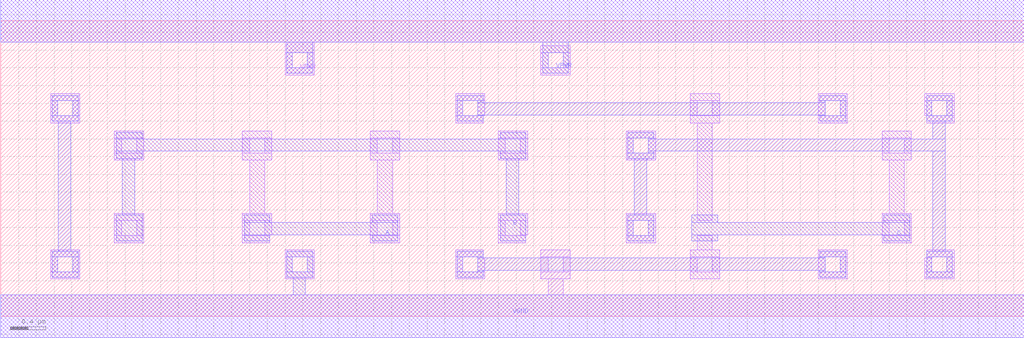
<source format=lef>
VERSION 5.7 ;
  NOWIREEXTENSIONATPIN ON ;
  DIVIDERCHAR "/" ;
  BUSBITCHARS "[]" ;
MACRO SUTHERLAND1989
  CLASS CORE ;
  FOREIGN SUTHERLAND1989 ;
  ORIGIN 0.000 0.000 ;
  SIZE 11.520 BY 3.330 ;
  SYMMETRY X Y R90 ;
  SITE unit ;
  PIN VPWR
    DIRECTION INOUT ;
    USE POWER ;
    SHAPE ABUTMENT ;
    PORT
      LAYER met1 ;
        RECT 0.000 3.090 11.520 3.570 ;
        RECT 3.220 2.970 3.510 3.090 ;
        RECT 3.220 2.800 3.280 2.970 ;
        RECT 3.450 2.800 3.510 2.970 ;
        RECT 3.220 2.740 3.510 2.800 ;
        RECT 6.100 2.970 6.390 3.090 ;
        RECT 6.100 2.800 6.160 2.970 ;
        RECT 6.330 2.800 6.390 2.970 ;
        RECT 6.100 2.740 6.390 2.800 ;
    END
    PORT
      LAYER li1 ;
        RECT 0.000 3.090 11.520 3.570 ;
        RECT 3.200 2.970 3.530 3.090 ;
        RECT 3.200 2.800 3.280 2.970 ;
        RECT 3.450 2.800 3.530 2.970 ;
        RECT 3.200 2.720 3.530 2.800 ;
    END
  END VPWR
  PIN VGND
    DIRECTION INOUT ;
    USE GROUND ;
    SHAPE ABUTMENT ;
    PORT
      LAYER met1 ;
        RECT 3.220 0.670 3.510 0.730 ;
        RECT 3.220 0.500 3.280 0.670 ;
        RECT 3.450 0.500 3.510 0.670 ;
        RECT 3.220 0.440 3.510 0.500 ;
        RECT 3.290 0.240 3.430 0.440 ;
        RECT 0.000 -0.240 11.520 0.240 ;
    END
    PORT
      LAYER li1 ;
        RECT 6.080 0.670 6.410 0.750 ;
        RECT 6.080 0.500 6.160 0.670 ;
        RECT 6.330 0.500 6.410 0.670 ;
        RECT 6.080 0.420 6.410 0.500 ;
        RECT 6.160 0.240 6.330 0.420 ;
        RECT 0.000 -0.240 11.520 0.240 ;
    END
  END VGND
  PIN C
    DIRECTION INOUT ;
    USE SIGNAL ;
    SHAPE ABUTMENT ;
    PORT
      LAYER met1 ;
        RECT 7.780 1.060 8.070 1.140 ;
        RECT 9.940 1.060 10.230 1.140 ;
        RECT 7.780 0.920 10.230 1.060 ;
        RECT 7.780 0.850 8.070 0.920 ;
        RECT 9.940 0.850 10.230 0.920 ;
    END
  END C
  PIN B
    DIRECTION INOUT ;
    USE SIGNAL ;
    SHAPE ABUTMENT ;
    PORT
      LAYER met1 ;
        RECT 1.300 2.000 1.590 2.070 ;
        RECT 5.620 2.000 5.910 2.070 ;
        RECT 1.300 1.860 5.910 2.000 ;
        RECT 1.300 1.780 1.590 1.860 ;
        RECT 5.620 1.780 5.910 1.860 ;
        RECT 1.370 1.140 1.510 1.780 ;
        RECT 5.690 1.140 5.830 1.780 ;
        RECT 1.300 0.850 1.590 1.140 ;
        RECT 5.620 0.850 5.910 1.140 ;
    END
  END B
  PIN A
    DIRECTION INOUT ;
    USE SIGNAL ;
    SHAPE ABUTMENT ;
    PORT
      LAYER met1 ;
        RECT 2.740 1.060 3.030 1.140 ;
        RECT 4.180 1.060 4.470 1.140 ;
        RECT 2.740 0.920 4.470 1.060 ;
        RECT 2.740 0.850 3.030 0.920 ;
        RECT 4.180 0.850 4.470 0.920 ;
    END
  END A
  OBS
      LAYER li1 ;
        RECT 6.080 2.970 6.410 3.050 ;
        RECT 6.080 2.800 6.160 2.970 ;
        RECT 6.330 2.800 6.410 2.970 ;
        RECT 6.080 2.720 6.410 2.800 ;
        RECT 0.560 2.430 0.890 2.510 ;
        RECT 0.560 2.260 0.640 2.430 ;
        RECT 0.810 2.260 0.890 2.430 ;
        RECT 0.560 2.180 0.890 2.260 ;
        RECT 5.120 2.430 5.450 2.510 ;
        RECT 5.120 2.260 5.200 2.430 ;
        RECT 5.370 2.260 5.450 2.430 ;
        RECT 7.760 2.430 8.090 2.510 ;
        RECT 7.760 2.260 7.840 2.430 ;
        RECT 8.010 2.260 8.090 2.430 ;
        RECT 5.120 2.180 5.430 2.260 ;
        RECT 7.760 2.180 8.090 2.260 ;
        RECT 9.200 2.430 9.530 2.510 ;
        RECT 9.200 2.260 9.280 2.430 ;
        RECT 9.450 2.260 9.530 2.430 ;
        RECT 10.400 2.430 10.730 2.510 ;
        RECT 10.400 2.260 10.480 2.430 ;
        RECT 10.650 2.260 10.730 2.430 ;
        RECT 9.200 2.180 9.530 2.260 ;
        RECT 10.420 2.180 10.730 2.260 ;
        RECT 1.280 2.010 1.610 2.090 ;
        RECT 1.280 1.840 1.360 2.010 ;
        RECT 1.530 1.840 1.610 2.010 ;
        RECT 1.280 1.760 1.610 1.840 ;
        RECT 2.720 2.010 3.050 2.090 ;
        RECT 2.720 1.840 2.800 2.010 ;
        RECT 2.970 1.840 3.050 2.010 ;
        RECT 2.720 1.760 3.050 1.840 ;
        RECT 4.160 2.010 4.490 2.090 ;
        RECT 4.160 1.840 4.240 2.010 ;
        RECT 4.410 1.840 4.490 2.010 ;
        RECT 4.160 1.760 4.490 1.840 ;
        RECT 5.600 2.010 5.930 2.090 ;
        RECT 5.600 1.840 5.680 2.010 ;
        RECT 5.850 1.840 5.930 2.010 ;
        RECT 5.600 1.760 5.930 1.840 ;
        RECT 7.040 2.010 7.370 2.090 ;
        RECT 7.040 1.840 7.120 2.010 ;
        RECT 7.290 1.840 7.370 2.010 ;
        RECT 7.040 1.760 7.370 1.840 ;
        RECT 2.800 1.160 2.970 1.760 ;
        RECT 4.240 1.160 4.410 1.760 ;
        RECT 1.280 1.080 1.610 1.160 ;
        RECT 1.280 0.910 1.360 1.080 ;
        RECT 1.530 0.910 1.610 1.080 ;
        RECT 1.280 0.830 1.610 0.910 ;
        RECT 2.720 1.080 3.050 1.160 ;
        RECT 2.720 0.910 2.800 1.080 ;
        RECT 2.970 0.920 3.050 1.080 ;
        RECT 4.160 1.080 4.490 1.160 ;
        RECT 2.970 0.910 3.030 0.920 ;
        RECT 2.720 0.830 3.030 0.910 ;
        RECT 4.160 0.910 4.240 1.080 ;
        RECT 4.410 0.910 4.490 1.080 ;
        RECT 4.160 0.830 4.490 0.910 ;
        RECT 5.600 1.080 5.930 1.160 ;
        RECT 5.600 0.910 5.680 1.080 ;
        RECT 5.850 0.920 5.930 1.080 ;
        RECT 7.040 1.080 7.370 1.160 ;
        RECT 7.840 1.080 8.010 2.180 ;
        RECT 9.920 2.010 10.250 2.090 ;
        RECT 9.920 1.840 10.000 2.010 ;
        RECT 10.170 1.840 10.250 2.010 ;
        RECT 9.920 1.760 10.250 1.840 ;
        RECT 10.000 1.160 10.170 1.760 ;
        RECT 9.920 1.080 10.250 1.160 ;
        RECT 5.850 0.910 5.910 0.920 ;
        RECT 5.600 0.830 5.910 0.910 ;
        RECT 7.040 0.910 7.120 1.080 ;
        RECT 7.290 0.910 7.370 1.080 ;
        RECT 9.920 0.910 10.000 1.080 ;
        RECT 10.170 0.910 10.250 1.080 ;
        RECT 7.040 0.830 7.370 0.910 ;
        RECT 7.840 0.750 8.010 0.910 ;
        RECT 9.920 0.830 10.250 0.910 ;
        RECT 0.560 0.670 0.890 0.750 ;
        RECT 0.560 0.500 0.640 0.670 ;
        RECT 0.810 0.500 0.890 0.670 ;
        RECT 0.560 0.420 0.890 0.500 ;
        RECT 3.200 0.670 3.530 0.750 ;
        RECT 3.200 0.500 3.280 0.670 ;
        RECT 3.450 0.500 3.530 0.670 ;
        RECT 3.200 0.420 3.530 0.500 ;
        RECT 5.120 0.670 5.430 0.750 ;
        RECT 5.120 0.500 5.200 0.670 ;
        RECT 5.370 0.660 5.430 0.670 ;
        RECT 7.760 0.670 8.090 0.750 ;
        RECT 5.370 0.500 5.450 0.660 ;
        RECT 5.120 0.420 5.450 0.500 ;
        RECT 7.760 0.500 7.840 0.670 ;
        RECT 8.010 0.500 8.090 0.670 ;
        RECT 7.760 0.420 8.090 0.500 ;
        RECT 9.200 0.670 9.530 0.750 ;
        RECT 9.200 0.500 9.280 0.670 ;
        RECT 9.450 0.500 9.530 0.670 ;
        RECT 10.420 0.670 10.730 0.750 ;
        RECT 10.420 0.660 10.480 0.670 ;
        RECT 9.200 0.420 9.530 0.500 ;
        RECT 10.400 0.500 10.480 0.660 ;
        RECT 10.650 0.500 10.730 0.670 ;
        RECT 10.400 0.420 10.730 0.500 ;
      LAYER met1 ;
        RECT 0.580 2.430 0.870 2.490 ;
        RECT 0.580 2.260 0.640 2.430 ;
        RECT 0.810 2.260 0.870 2.430 ;
        RECT 0.580 2.200 0.870 2.260 ;
        RECT 5.140 2.430 5.430 2.490 ;
        RECT 5.140 2.260 5.200 2.430 ;
        RECT 5.370 2.410 5.430 2.430 ;
        RECT 9.220 2.430 9.510 2.490 ;
        RECT 9.220 2.410 9.280 2.430 ;
        RECT 5.370 2.270 9.280 2.410 ;
        RECT 5.370 2.260 5.430 2.270 ;
        RECT 5.140 2.200 5.430 2.260 ;
        RECT 9.220 2.260 9.280 2.270 ;
        RECT 9.450 2.260 9.510 2.430 ;
        RECT 9.220 2.200 9.510 2.260 ;
        RECT 10.420 2.430 10.710 2.490 ;
        RECT 10.420 2.260 10.480 2.430 ;
        RECT 10.650 2.260 10.710 2.430 ;
        RECT 10.420 2.200 10.710 2.260 ;
        RECT 0.650 0.730 0.790 2.200 ;
        RECT 7.060 2.010 7.350 2.070 ;
        RECT 7.060 1.840 7.120 2.010 ;
        RECT 7.290 2.000 7.350 2.010 ;
        RECT 10.490 2.000 10.630 2.200 ;
        RECT 7.290 1.860 10.630 2.000 ;
        RECT 7.290 1.840 7.350 1.860 ;
        RECT 7.060 1.780 7.350 1.840 ;
        RECT 7.130 1.140 7.270 1.780 ;
        RECT 7.060 1.080 7.350 1.140 ;
        RECT 7.060 0.910 7.120 1.080 ;
        RECT 7.290 0.910 7.350 1.080 ;
        RECT 7.060 0.850 7.350 0.910 ;
        RECT 10.490 0.730 10.630 1.860 ;
        RECT 0.580 0.670 0.870 0.730 ;
        RECT 0.580 0.500 0.640 0.670 ;
        RECT 0.810 0.500 0.870 0.670 ;
        RECT 0.580 0.440 0.870 0.500 ;
        RECT 5.140 0.670 5.430 0.730 ;
        RECT 5.140 0.500 5.200 0.670 ;
        RECT 5.370 0.660 5.430 0.670 ;
        RECT 9.220 0.670 9.510 0.730 ;
        RECT 9.220 0.660 9.280 0.670 ;
        RECT 5.370 0.520 9.280 0.660 ;
        RECT 5.370 0.500 5.430 0.520 ;
        RECT 5.140 0.440 5.430 0.500 ;
        RECT 9.220 0.500 9.280 0.520 ;
        RECT 9.450 0.500 9.510 0.670 ;
        RECT 9.220 0.440 9.510 0.500 ;
        RECT 10.420 0.670 10.710 0.730 ;
        RECT 10.420 0.500 10.480 0.670 ;
        RECT 10.650 0.500 10.710 0.670 ;
        RECT 10.420 0.440 10.710 0.500 ;
  END
END SUTHERLAND1989
END LIBRARY


</source>
